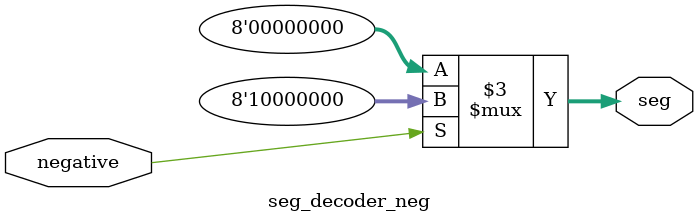
<source format=v>
`timescale 1ns / 1ps


module seg_decoder_neg (
    input negative,        // ÊäÈë¸ººÅ±êÖ¾
    output reg [7:0] seg   // Êä³öÆß¶ÎÊýÂë¹Ü¶ÎÂë
);
    always @(*) begin
        if (negative)
            seg = 8'b10000000; // ÏÔÊ¾¸ººÅ
        else
            seg = 8'b00000000; // ²»ÏÔÊ¾ÈÎºÎÄÚÈÝ
    end
endmodule


</source>
